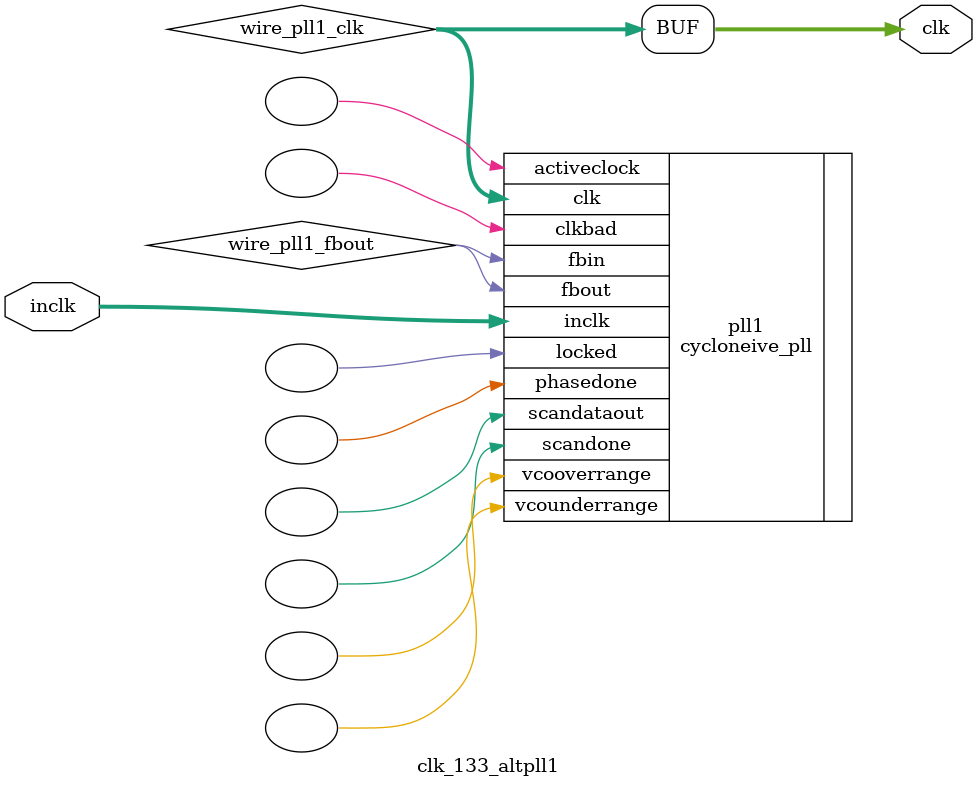
<source format=v>






//synthesis_resources = cycloneive_pll 1 
//synopsys translate_off
`timescale 1 ps / 1 ps
//synopsys translate_on
module  clk_133_altpll1
	( 
	clk,
	inclk) /* synthesis synthesis_clearbox=1 */;
	output   [4:0]  clk;
	input   [1:0]  inclk;
`ifndef ALTERA_RESERVED_QIS
// synopsys translate_off
`endif
	tri0   [1:0]  inclk;
`ifndef ALTERA_RESERVED_QIS
// synopsys translate_on
`endif

	wire  [4:0]   wire_pll1_clk;
	wire  wire_pll1_fbout;

	cycloneive_pll   pll1
	( 
	.activeclock(),
	.clk(wire_pll1_clk),
	.clkbad(),
	.fbin(wire_pll1_fbout),
	.fbout(wire_pll1_fbout),
	.inclk(inclk),
	.locked(),
	.phasedone(),
	.scandataout(),
	.scandone(),
	.vcooverrange(),
	.vcounderrange()
	`ifndef FORMAL_VERIFICATION
	// synopsys translate_off
	`endif
	,
	.areset(1'b0),
	.clkswitch(1'b0),
	.configupdate(1'b0),
	.pfdena(1'b1),
	.phasecounterselect({3{1'b0}}),
	.phasestep(1'b0),
	.phaseupdown(1'b0),
	.scanclk(1'b0),
	.scanclkena(1'b1),
	.scandata(1'b0)
	`ifndef FORMAL_VERIFICATION
	// synopsys translate_on
	`endif
	);
	defparam
		pll1.bandwidth_type = "auto",
		pll1.clk0_divide_by = 2,
		pll1.clk0_duty_cycle = 50,
		pll1.clk0_multiply_by = 3,
		pll1.clk0_phase_shift = "0",
		pll1.clk1_divide_by = 2,
		pll1.clk1_duty_cycle = 50,
		pll1.clk1_multiply_by = 3,
		pll1.clk1_phase_shift = "6667",
		pll1.clk2_divide_by = 2,
		pll1.clk2_duty_cycle = 50,
		pll1.clk2_multiply_by = 3,
		pll1.clk2_phase_shift = "0",
		pll1.clk3_divide_by = 2,
		pll1.clk3_duty_cycle = 50,
		pll1.clk3_multiply_by = 3,
		pll1.clk3_phase_shift = "0",
		pll1.compensate_clock = "clk0",
		pll1.inclk0_input_frequency = 20000,
		pll1.operation_mode = "source_synchronous",
		pll1.pll_type = "auto",
		pll1.lpm_type = "cycloneive_pll";
	assign
		clk = {wire_pll1_clk[4:0]};
endmodule //clk_133_altpll1
//VALID FILE

</source>
